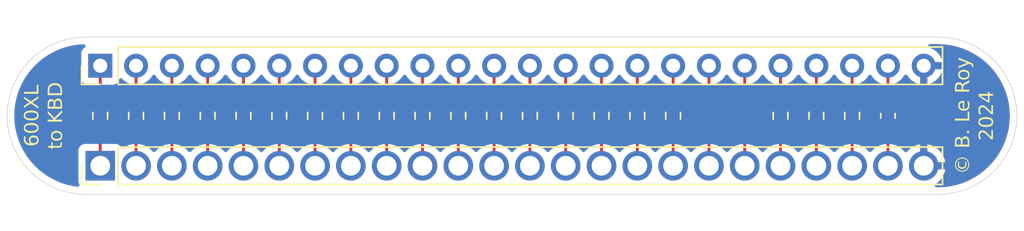
<source format=kicad_pcb>
(kicad_pcb (version 20240108) (generator "pcbnew") (generator_version "8.0")
  (layers (0 "F.Cu" signal) (31 "B.Cu" signal) (34 "B.Paste" user) (35 "F.Paste" user) (36 "B.SilkS" user "B.Silkscreen") (37 "F.SilkS" user "F.Silkscreen") (38 "B.Mask" user) (39 "F.Mask" user) (44 "Edge.Cuts" user))
  (net 0 "")
  (net 1 "Net-(J1-Pin_6)")
  (net 2 "Net-(J1-Pin_12)")
  (net 3 "Net-(J1-Pin_18)")
  (net 4 "Net-(J1-Pin_11)")
  (net 5 "Net-(J1-Pin_8)")
  (net 6 "Net-(J1-Pin_24)")
  (net 7 "Net-(J1-Pin_13)")
  (net 8 "Net-(J1-Pin_14)")
  (net 9 "Net-(J1-Pin_4)")
  (net 10 "Net-(J1-Pin_3)")
  (net 11 "Net-(J1-Pin_15)")
  (net 12 "Net-(J1-Pin_23)")
  (net 13 "Net-(J1-Pin_22)")
  (net 14 "Net-(J1-Pin_5)")
  (net 15 "Net-(J1-Pin_21)")
  (net 16 "Net-(J1-Pin_7)")
  (net 17 "Net-(J1-Pin_16)")
  (net 18 "Net-(J1-Pin_10)")
  (net 19 "Net-(J1-Pin_19)")
  (net 20 "Net-(J1-Pin_17)")
  (net 21 "Net-(J1-Pin_2)")
  (net 22 "Net-(J1-Pin_20)")
  (net 23 "Net-(J1-Pin_1)")
  (net 24 "Net-(J1-Pin_9)")
  (net 25 "Net-(J2-Pin_10)")
  (net 26 "Net-(J2-Pin_15)")
  (net 27 "Net-(J2-Pin_1)")
  (net 28 "Net-(J2-Pin_12)")
  (net 29 "Net-(J2-Pin_8)")
  (net 30 "Net-(J2-Pin_21)")
  (net 31 "Net-(J2-Pin_3)")
  (net 32 "Net-(J2-Pin_4)")
  (net 33 "Net-(J2-Pin_16)")
  (net 34 "Net-(J2-Pin_9)")
  (net 35 "Net-(J2-Pin_20)")
  (net 36 "Net-(J2-Pin_11)")
  (net 37 "Net-(J2-Pin_7)")
  (net 38 "Net-(J2-Pin_14)")
  (net 39 "Net-(J2-Pin_2)")
  (net 40 "Net-(J2-Pin_22)")
  (net 41 "Net-(J2-Pin_23)")
  (net 42 "Net-(J2-Pin_17)")
  (net 43 "Net-(J2-Pin_13)")
  (net 44 "Net-(J2-Pin_6)")
  (net 45 "Net-(J2-Pin_5)")
  (footprint "Resistor_SMD:R_0603_1608Metric" (layer "F.Cu") (at 137.16 111.76 -90)
    (property "Reference" "R9" (hide yes))
    (property "Value" "470")
    (fp_line (start -0.237258 0.5225) (end 0.237258 0.5225) (stroke (width 0.12)) (layer "F.SilkS"))
    (fp_line (start -0.237258 -0.5225) (end 0.237258 -0.5225) (stroke (width 0.12)) (layer "F.SilkS"))
    (pad "1" smd roundrect (at -0.825 0 270) (size 0.8 0.95) (layers "F.Cu" "F.Paste" "F.Mask") (net 34 "Net-(J2-Pin_9)"))
    (pad "2" smd roundrect (at 0.825 0 270) (size 0.8 0.95) (layers "F.Cu" "F.Paste" "F.Mask") (net 24 "Net-(J1-Pin_9)"))
  )
  (footprint "Resistor_SMD:R_0603_1608Metric" (layer "F.Cu") (at 154.94 111.76 -90)
    (property "Reference" "R16" (hide yes))
    (property "Value" "470")
    (fp_line (start -0.237258 0.5225) (end 0.237258 0.5225) (stroke (width 0.12)) (layer "F.SilkS"))
    (fp_line (start -0.237258 -0.5225) (end 0.237258 -0.5225) (stroke (width 0.12)) (layer "F.SilkS"))
    (pad "1" smd roundrect (at -0.825 0 270) (size 0.8 0.95) (layers "F.Cu" "F.Paste" "F.Mask") (net 33 "Net-(J2-Pin_16)"))
    (pad "2" smd roundrect (at 0.825 0 270) (size 0.8 0.95) (layers "F.Cu" "F.Paste" "F.Mask") (net 17 "Net-(J1-Pin_16)"))
  )
  (footprint "Connector_PinHeader_2.54mm:PinHeader_1x24_P2.54mm_Vertical" (layer "F.Cu") (at 116.84 115.316 90)
    (property "Reference" "J1" (hide yes))
    (property "Value" "Conn_01x24")
    (fp_line (start -1.33 -1.33) (end 0 -1.33) (stroke (width 0.12)) (layer "F.SilkS"))
    (fp_line (start -1.33 0) (end -1.33 -1.33) (stroke (width 0.12)) (layer "F.SilkS"))
    (fp_line (start 1.33 1.27) (end 1.33 59.75) (stroke (width 0.12)) (layer "F.SilkS"))
    (fp_line (start -1.33 1.27) (end 1.33 1.27) (stroke (width 0.12)) (layer "F.SilkS"))
    (fp_line (start -1.33 1.27) (end -1.33 59.75) (stroke (width 0.12)) (layer "F.SilkS"))
    (fp_line (start -1.33 59.75) (end 1.33 59.75) (stroke (width 0.12)) (layer "F.SilkS"))
    (pad "1" thru_hole rect (at 0 0 90) (size 2.1 2.1) (drill 1.4) (layers "*.Cu" "*.Mask") (net 23 "Net-(J1-Pin_1)"))
    (pad "2" thru_hole oval (at 0 2.54 90) (size 2.1 2.1) (drill 1.4) (layers "*.Cu" "*.Mask") (net 21 "Net-(J1-Pin_2)"))
    (pad "3" thru_hole oval (at 0 5.08 90) (size 2.1 2.1) (drill 1.4) (layers "*.Cu" "*.Mask") (net 10 "Net-(J1-Pin_3)"))
    (pad "4" thru_hole oval (at 0 7.62 90) (size 2.1 2.1) (drill 1.4) (layers "*.Cu" "*.Mask") (net 9 "Net-(J1-Pin_4)"))
    (pad "5" thru_hole oval (at 0 10.16 90) (size 2.1 2.1) (drill 1.4) (layers "*.Cu" "*.Mask") (net 14 "Net-(J1-Pin_5)"))
    (pad "6" thru_hole oval (at 0 12.7 90) (size 2.1 2.1) (drill 1.4) (layers "*.Cu" "*.Mask") (net 1 "Net-(J1-Pin_6)"))
    (pad "7" thru_hole oval (at 0 15.24 90) (size 2.1 2.1) (drill 1.4) (layers "*.Cu" "*.Mask") (net 16 "Net-(J1-Pin_7)"))
    (pad "8" thru_hole oval (at 0 17.78 90) (size 2.1 2.1) (drill 1.4) (layers "*.Cu" "*.Mask") (net 5 "Net-(J1-Pin_8)"))
    (pad "9" thru_hole oval (at 0 20.32 90) (size 2.1 2.1) (drill 1.4) (layers "*.Cu" "*.Mask") (net 24 "Net-(J1-Pin_9)"))
    (pad "10" thru_hole oval (at 0 22.86 90) (size 2.1 2.1) (drill 1.4) (layers "*.Cu" "*.Mask") (net 18 "Net-(J1-Pin_10)"))
    (pad "11" thru_hole oval (at 0 25.4 90) (size 2.1 2.1) (drill 1.4) (layers "*.Cu" "*.Mask") (net 4 "Net-(J1-Pin_11)"))
    (pad "12" thru_hole oval (at 0 27.94 90) (size 2.1 2.1) (drill 1.4) (layers "*.Cu" "*.Mask") (net 2 "Net-(J1-Pin_12)"))
    (pad "13" thru_hole oval (at 0 30.48 90) (size 2.1 2.1) (drill 1.4) (layers "*.Cu" "*.Mask") (net 7 "Net-(J1-Pin_13)"))
    (pad "14" thru_hole oval (at 0 33.02 90) (size 2.1 2.1) (drill 1.4) (layers "*.Cu" "*.Mask") (net 8 "Net-(J1-Pin_14)"))
    (pad "15" thru_hole oval (at 0 35.56 90) (size 2.1 2.1) (drill 1.4) (layers "*.Cu" "*.Mask") (net 11 "Net-(J1-Pin_15)"))
    (pad "16" thru_hole oval (at 0 38.1 90) (size 2.1 2.1) (drill 1.4) (layers "*.Cu" "*.Mask") (net 17 "Net-(J1-Pin_16)"))
    (pad "17" thru_hole oval (at 0 40.64 90) (size 2.1 2.1) (drill 1.4) (layers "*.Cu" "*.Mask") (net 20 "Net-(J1-Pin_17)"))
    (pad "18" thru_hole oval (at 0 43.18 90) (size 2.1 2.1) (drill 1.4) (layers "*.Cu" "*.Mask") (net 3 "Net-(J1-Pin_18)"))
    (pad "19" thru_hole oval (at 0 45.72 90) (size 2.1 2.1) (drill 1.4) (layers "*.Cu" "*.Mask") (net 19 "Net-(J1-Pin_19)"))
    (pad "20" thru_hole oval (at 0 48.26 90) (size 2.1 2.1) (drill 1.4) (layers "*.Cu" "*.Mask") (net 22 "Net-(J1-Pin_20)"))
    (pad "21" thru_hole oval (at 0 50.8 90) (size 2.1 2.1) (drill 1.4) (layers "*.Cu" "*.Mask") (net 15 "Net-(J1-Pin_21)"))
    (pad "22" thru_hole oval (at 0 53.34 90) (size 2.1 2.1) (drill 1.4) (layers "*.Cu" "*.Mask") (net 13 "Net-(J1-Pin_22)"))
    (pad "23" thru_hole oval (at 0 55.88 90) (size 2.1 2.1) (drill 1.4) (layers "*.Cu" "*.Mask") (net 12 "Net-(J1-Pin_23)"))
    (pad "24" thru_hole oval (at 0 58.42 90) (size 2.1 2.1) (drill 1.4) (layers "*.Cu" "*.Mask") (net 6 "Net-(J1-Pin_24)"))
  )
  (footprint "Resistor_SMD:R_0603_1608Metric" (layer "F.Cu") (at 147.32 111.76 -90)
    (property "Reference" "R13" (hide yes))
    (property "Value" "470")
    (fp_line (start -0.237258 0.5225) (end 0.237258 0.5225) (stroke (width 0.12)) (layer "F.SilkS"))
    (fp_line (start -0.237258 -0.5225) (end 0.237258 -0.5225) (stroke (width 0.12)) (layer "F.SilkS"))
    (pad "1" smd roundrect (at -0.825 0 270) (size 0.8 0.95) (layers "F.Cu" "F.Paste" "F.Mask") (net 43 "Net-(J2-Pin_13)"))
    (pad "2" smd roundrect (at 0.825 0 270) (size 0.8 0.95) (layers "F.Cu" "F.Paste" "F.Mask") (net 7 "Net-(J1-Pin_13)"))
  )
  (footprint "Resistor_SMD:R_0603_1608Metric" (layer "F.Cu") (at 134.62 111.76 -90)
    (property "Reference" "R8" (hide yes))
    (property "Value" "470")
    (fp_line (start -0.237258 0.5225) (end 0.237258 0.5225) (stroke (width 0.12)) (layer "F.SilkS"))
    (fp_line (start -0.237258 -0.5225) (end 0.237258 -0.5225) (stroke (width 0.12)) (layer "F.SilkS"))
    (pad "1" smd roundrect (at -0.825 0 270) (size 0.8 0.95) (layers "F.Cu" "F.Paste" "F.Mask") (net 29 "Net-(J2-Pin_8)"))
    (pad "2" smd roundrect (at 0.825 0 270) (size 0.8 0.95) (layers "F.Cu" "F.Paste" "F.Mask") (net 5 "Net-(J1-Pin_8)"))
  )
  (footprint "Resistor_SMD:R_0603_1608Metric" (layer "F.Cu") (at 144.78 111.76 -90)
    (property "Reference" "R12" (hide yes))
    (property "Value" "470")
    (fp_line (start -0.237258 0.5225) (end 0.237258 0.5225) (stroke (width 0.12)) (layer "F.SilkS"))
    (fp_line (start -0.237258 -0.5225) (end 0.237258 -0.5225) (stroke (width 0.12)) (layer "F.SilkS"))
    (pad "1" smd roundrect (at -0.825 0 270) (size 0.8 0.95) (layers "F.Cu" "F.Paste" "F.Mask") (net 28 "Net-(J2-Pin_12)"))
    (pad "2" smd roundrect (at 0.825 0 270) (size 0.8 0.95) (layers "F.Cu" "F.Paste" "F.Mask") (net 2 "Net-(J1-Pin_12)"))
  )
  (footprint "Resistor_SMD:R_0603_1608Metric" (layer "F.Cu") (at 152.4 111.76 -90)
    (property "Reference" "R15" (hide yes))
    (property "Value" "470")
    (fp_line (start -0.237258 0.5225) (end 0.237258 0.5225) (stroke (width 0.12)) (layer "F.SilkS"))
    (fp_line (start -0.237258 -0.5225) (end 0.237258 -0.5225) (stroke (width 0.12)) (layer "F.SilkS"))
    (pad "1" smd roundrect (at -0.825 0 270) (size 0.8 0.95) (layers "F.Cu" "F.Paste" "F.Mask") (net 26 "Net-(J2-Pin_15)"))
    (pad "2" smd roundrect (at 0.825 0 270) (size 0.8 0.95) (layers "F.Cu" "F.Paste" "F.Mask") (net 11 "Net-(J1-Pin_15)"))
  )
  (footprint "Resistor_SMD:R_0603_1608Metric" (layer "F.Cu") (at 116.84 111.76 -90)
    (property "Reference" "R1" (hide yes))
    (property "Value" "470")
    (fp_line (start -0.237258 0.5225) (end 0.237258 0.5225) (stroke (width 0.12)) (layer "F.SilkS"))
    (fp_line (start -0.237258 -0.5225) (end 0.237258 -0.5225) (stroke (width 0.12)) (layer "F.SilkS"))
    (pad "1" smd roundrect (at -0.825 0 270) (size 0.8 0.95) (layers "F.Cu" "F.Paste" "F.Mask") (net 27 "Net-(J2-Pin_1)"))
    (pad "2" smd roundrect (at 0.825 0 270) (size 0.8 0.95) (layers "F.Cu" "F.Paste" "F.Mask") (net 23 "Net-(J1-Pin_1)"))
  )
  (footprint "Inductor_SMD:L_0603_1608Metric" (layer "F.Cu") (at 172.72 111.76 -90)
    (property "Reference" "L1" (hide yes))
    (property "Value" "22uH")
    (fp_line (start -0.162779 0.51) (end 0.162779 0.51) (stroke (width 0.12)) (layer "F.SilkS"))
    (fp_line (start -0.162779 -0.51) (end 0.162779 -0.51) (stroke (width 0.12)) (layer "F.SilkS"))
    (pad "1" smd roundrect (at -0.7875 0 270) (size 0.875 0.95) (layers "F.Cu" "F.Paste" "F.Mask") (net 41 "Net-(J2-Pin_23)"))
    (pad "2" smd roundrect (at 0.7875 0 270) (size 0.875 0.95) (layers "F.Cu" "F.Paste" "F.Mask") (net 12 "Net-(J1-Pin_23)"))
  )
  (footprint "Resistor_SMD:R_0603_1608Metric" (layer "F.Cu") (at 142.24 111.76 -90)
    (property "Reference" "R11" (hide yes))
    (property "Value" "470")
    (fp_line (start -0.237258 0.5225) (end 0.237258 0.5225) (stroke (width 0.12)) (layer "F.SilkS"))
    (fp_line (start -0.237258 -0.5225) (end 0.237258 -0.5225) (stroke (width 0.12)) (layer "F.SilkS"))
    (pad "1" smd roundrect (at -0.825 0 270) (size 0.8 0.95) (layers "F.Cu" "F.Paste" "F.Mask") (net 36 "Net-(J2-Pin_11)"))
    (pad "2" smd roundrect (at 0.825 0 270) (size 0.8 0.95) (layers "F.Cu" "F.Paste" "F.Mask") (net 4 "Net-(J1-Pin_11)"))
  )
  (footprint "Resistor_SMD:R_0603_1608Metric" (layer "F.Cu") (at 124.46 111.76 -90)
    (property "Reference" "R4" (hide yes))
    (property "Value" "470")
    (fp_line (start -0.237258 0.5225) (end 0.237258 0.5225) (stroke (width 0.12)) (layer "F.SilkS"))
    (fp_line (start -0.237258 -0.5225) (end 0.237258 -0.5225) (stroke (width 0.12)) (layer "F.SilkS"))
    (pad "1" smd roundrect (at -0.825 0 270) (size 0.8 0.95) (layers "F.Cu" "F.Paste" "F.Mask") (net 32 "Net-(J2-Pin_4)"))
    (pad "2" smd roundrect (at 0.825 0 270) (size 0.8 0.95) (layers "F.Cu" "F.Paste" "F.Mask") (net 9 "Net-(J1-Pin_4)"))
  )
  (footprint "Resistor_SMD:R_0603_1608Metric" (layer "F.Cu") (at 149.86 111.76 -90)
    (property "Reference" "R14" (hide yes))
    (property "Value" "470")
    (fp_line (start -0.237258 0.5225) (end 0.237258 0.5225) (stroke (width 0.12)) (layer "F.SilkS"))
    (fp_line (start -0.237258 -0.5225) (end 0.237258 -0.5225) (stroke (width 0.12)) (layer "F.SilkS"))
    (pad "1" smd roundrect (at -0.825 0 270) (size 0.8 0.95) (layers "F.Cu" "F.Paste" "F.Mask") (net 38 "Net-(J2-Pin_14)"))
    (pad "2" smd roundrect (at 0.825 0 270) (size 0.8 0.95) (layers "F.Cu" "F.Paste" "F.Mask") (net 8 "Net-(J1-Pin_14)"))
  )
  (footprint "Resistor_SMD:R_0603_1608Metric" (layer "F.Cu") (at 127 111.76 -90)
    (property "Reference" "R5" (hide yes))
    (property "Value" "470")
    (fp_line (start -0.237258 0.5225) (end 0.237258 0.5225) (stroke (width 0.12)) (layer "F.SilkS"))
    (fp_line (start -0.237258 -0.5225) (end 0.237258 -0.5225) (stroke (width 0.12)) (layer "F.SilkS"))
    (pad "1" smd roundrect (at -0.825 0 270) (size 0.8 0.95) (layers "F.Cu" "F.Paste" "F.Mask") (net 45 "Net-(J2-Pin_5)"))
    (pad "2" smd roundrect (at 0.825 0 270) (size 0.8 0.95) (layers "F.Cu" "F.Paste" "F.Mask") (net 14 "Net-(J1-Pin_5)"))
  )
  (footprint "Resistor_SMD:R_0603_1608Metric" (layer "F.Cu") (at 167.64 111.76 -90)
    (property "Reference" "R21" (hide yes))
    (property "Value" "470")
    (fp_line (start -0.237258 0.5225) (end 0.237258 0.5225) (stroke (width 0.12)) (layer "F.SilkS"))
    (fp_line (start -0.237258 -0.5225) (end 0.237258 -0.5225) (stroke (width 0.12)) (layer "F.SilkS"))
    (pad "1" smd roundrect (at -0.825 0 270) (size 0.8 0.95) (layers "F.Cu" "F.Paste" "F.Mask") (net 30 "Net-(J2-Pin_21)"))
    (pad "2" smd roundrect (at 0.825 0 270) (size 0.8 0.95) (layers "F.Cu" "F.Paste" "F.Mask") (net 15 "Net-(J1-Pin_21)"))
  )
  (footprint "Connector_PinHeader_2.54mm:PinHeader_1x24_P2.54mm_Vertical" (layer "F.Cu") (at 116.84 108.204 90)
    (property "Reference" "J2" (hide yes))
    (property "Value" "Conn_01x24")
    (fp_line (start -1.33 -1.33) (end 0 -1.33) (stroke (width 0.12)) (layer "F.SilkS"))
    (fp_line (start -1.33 0) (end -1.33 -1.33) (stroke (width 0.12)) (layer "F.SilkS"))
    (fp_line (start 1.33 1.27) (end 1.33 59.75) (stroke (width 0.12)) (layer "F.SilkS"))
    (fp_line (start -1.33 1.27) (end 1.33 1.27) (stroke (width 0.12)) (layer "F.SilkS"))
    (fp_line (start -1.33 1.27) (end -1.33 59.75) (stroke (width 0.12)) (layer "F.SilkS"))
    (fp_line (start -1.33 59.75) (end 1.33 59.75) (stroke (width 0.12)) (layer "F.SilkS"))
    (pad "1" thru_hole rect (at 0 0 90) (size 1.7 1.7) (drill 1) (layers "*.Cu" "*.Mask") (net 27 "Net-(J2-Pin_1)"))
    (pad "2" thru_hole oval (at 0 2.54 90) (size 1.7 1.7) (drill 1) (layers "*.Cu" "*.Mask") (net 39 "Net-(J2-Pin_2)"))
    (pad "3" thru_hole oval (at 0 5.08 90) (size 1.7 1.7) (drill 1) (layers "*.Cu" "*.Mask") (net 31 "Net-(J2-Pin_3)"))
    (pad "4" thru_hole oval (at 0 7.62 90) (size 1.7 1.7) (drill 1) (layers "*.Cu" "*.Mask") (net 32 "Net-(J2-Pin_4)"))
    (pad "5" thru_hole oval (at 0 10.16 90) (size 1.7 1.7) (drill 1) (layers "*.Cu" "*.Mask") (net 45 "Net-(J2-Pin_5)"))
    (pad "6" thru_hole oval (at 0 12.7 90) (size 1.7 1.7) (drill 1) (layers "*.Cu" "*.Mask") (net 44 "Net-(J2-Pin_6)"))
    (pad "7" thru_hole oval (at 0 15.24 90) (size 1.7 1.7) (drill 1) (layers "*.Cu" "*.Mask") (net 37 "Net-(J2-Pin_7)"))
    (pad "8" thru_hole oval (at 0 17.78 90) (size 1.7 1.7) (drill 1) (layers "*.Cu" "*.Mask") (net 29 "Net-(J2-Pin_8)"))
    (pad "9" thru_hole oval (at 0 20.32 90) (size 1.7 1.7) (drill 1) (layers "*.Cu" "*.Mask") (net 34 "Net-(J2-Pin_9)"))
    (pad "10" thru_hole oval (at 0 22.86 90) (size 1.7 1.7) (drill 1) (layers "*.Cu" "*.Mask") (net 25 "Net-(J2-Pin_10)"))
    (pad "11" thru_hole oval (at 0 25.4 90) (size 1.7 1.7) (drill 1) (layers "*.Cu" "*.Mask") (net 36 "Net-(J2-Pin_11)"))
    (pad "12" thru_hole oval (at 0 27.94 90) (size 1.7 1.7) (drill 1) (layers "*.Cu" "*.Mask") (net 28 "Net-(J2-Pin_12)"))
    (pad "13" thru_hole oval (at 0 30.48 90) (size 1.7 1.7) (drill 1) (layers "*.Cu" "*.Mask") (net 43 "Net-(J2-Pin_13)"))
    (pad "14" thru_hole oval (at 0 33.02 90) (size 1.7 1.7) (drill 1) (layers "*.Cu" "*.Mask") (net 38 "Net-(J2-Pin_14)"))
    (pad "15" thru_hole oval (at 0 35.56 90) (size 1.7 1.7) (drill 1) (layers "*.Cu" "*.Mask") (net 26 "Net-(J2-Pin_15)"))
    (pad "16" thru_hole oval (at 0 38.1 90) (size 1.7 1.7) (drill 1) (layers "*.Cu" "*.Mask") (net 33 "Net-(J2-Pin_16)"))
    (pad "17" thru_hole oval (at 0 40.64 90) (size 1.7 1.7) (drill 1) (layers "*.Cu" "*.Mask") (net 42 "Net-(J2-Pin_17)"))
    (pad "18" thru_hole oval (at 0 43.18 90) (size 1.7 1.7) (drill 1) (layers "*.Cu" "*.Mask") (net 3 "Net-(J1-Pin_18)"))
    (pad "19" thru_hole oval (at 0 45.72 90) (size 1.7 1.7) (drill 1) (layers "*.Cu" "*.Mask") (net 19 "Net-(J1-Pin_19)"))
    (pad "20" thru_hole oval (at 0 48.26 90) (size 1.7 1.7) (drill 1) (layers "*.Cu" "*.Mask") (net 35 "Net-(J2-Pin_20)"))
    (pad "21" thru_hole oval (at 0 50.8 90) (size 1.7 1.7) (drill 1) (layers "*.Cu" "*.Mask") (net 30 "Net-(J2-Pin_21)"))
    (pad "22" thru_hole oval (at 0 53.34 90) (size 1.7 1.7) (drill 1) (layers "*.Cu" "*.Mask") (net 40 "Net-(J2-Pin_22)"))
    (pad "23" thru_hole oval (at 0 55.88 90) (size 1.7 1.7) (drill 1) (layers "*.Cu" "*.Mask") (net 41 "Net-(J2-Pin_23)"))
    (pad "24" thru_hole oval (at 0 58.42 90) (size 1.7 1.7) (drill 1) (layers "*.Cu" "*.Mask") (net 6 "Net-(J1-Pin_24)"))
  )
  (footprint "Resistor_SMD:R_0603_1608Metric" (layer "F.Cu") (at 170.18 111.76 -90)
    (property "Reference" "R22" (hide yes))
    (property "Value" "470")
    (fp_line (start -0.237258 0.5225) (end 0.237258 0.5225) (stroke (width 0.12)) (layer "F.SilkS"))
    (fp_line (start -0.237258 -0.5225) (end 0.237258 -0.5225) (stroke (width 0.12)) (layer "F.SilkS"))
    (pad "1" smd roundrect (at -0.825 0 270) (size 0.8 0.95) (layers "F.Cu" "F.Paste" "F.Mask") (net 40 "Net-(J2-Pin_22)"))
    (pad "2" smd roundrect (at 0.825 0 270) (size 0.8 0.95) (layers "F.Cu" "F.Paste" "F.Mask") (net 13 "Net-(J1-Pin_22)"))
  )
  (footprint "Resistor_SMD:R_0603_1608Metric" (layer "F.Cu") (at 157.48 111.76 -90)
    (property "Reference" "R17" (hide yes))
    (property "Value" "470")
    (fp_line (start -0.237258 0.5225) (end 0.237258 0.5225) (stroke (width 0.12)) (layer "F.SilkS"))
    (fp_line (start -0.237258 -0.5225) (end 0.237258 -0.5225) (stroke (width 0.12)) (layer "F.SilkS"))
    (pad "1" smd roundrect (at -0.825 0 270) (size 0.8 0.95) (layers "F.Cu" "F.Paste" "F.Mask") (net 42 "Net-(J2-Pin_17)"))
    (pad "2" smd roundrect (at 0.825 0 270) (size 0.8 0.95) (layers "F.Cu" "F.Paste" "F.Mask") (net 20 "Net-(J1-Pin_17)"))
  )
  (footprint "Resistor_SMD:R_0603_1608Metric" (layer "F.Cu") (at 132.08 111.76 -90)
    (property "Reference" "R7" (hide yes))
    (property "Value" "470")
    (fp_line (start -0.237258 0.5225) (end 0.237258 0.5225) (stroke (width 0.12)) (layer "F.SilkS"))
    (fp_line (start -0.237258 -0.5225) (end 0.237258 -0.5225) (stroke (width 0.12)) (layer "F.SilkS"))
    (pad "1" smd roundrect (at -0.825 0 270) (size 0.8 0.95) (layers "F.Cu" "F.Paste" "F.Mask") (net 37 "Net-(J2-Pin_7)"))
    (pad "2" smd roundrect (at 0.825 0 270) (size 0.8 0.95) (layers "F.Cu" "F.Paste" "F.Mask") (net 16 "Net-(J1-Pin_7)"))
  )
  (footprint "Resistor_SMD:R_0603_1608Metric" (layer "F.Cu") (at 129.54 111.76 -90)
    (property "Reference" "R6" (hide yes))
    (property "Value" "470")
    (fp_line (start -0.237258 0.5225) (end 0.237258 0.5225) (stroke (width 0.12)) (layer "F.SilkS"))
    (fp_line (start -0.237258 -0.5225) (end 0.237258 -0.5225) (stroke (width 0.12)) (layer "F.SilkS"))
    (pad "1" smd roundrect (at -0.825 0 270) (size 0.8 0.95) (layers "F.Cu" "F.Paste" "F.Mask") (net 44 "Net-(J2-Pin_6)"))
    (pad "2" smd roundrect (at 0.825 0 270) (size 0.8 0.95) (layers "F.Cu" "F.Paste" "F.Mask") (net 1 "Net-(J1-Pin_6)"))
  )
  (footprint "Resistor_SMD:R_0603_1608Metric" (layer "F.Cu") (at 121.92 111.76 -90)
    (property "Reference" "R3" (hide yes))
    (property "Value" "470")
    (fp_line (start -0.237258 0.5225) (end 0.237258 0.5225) (stroke (width 0.12)) (layer "F.SilkS"))
    (fp_line (start -0.237258 -0.5225) (end 0.237258 -0.5225) (stroke (width 0.12)) (layer "F.SilkS"))
    (pad "1" smd roundrect (at -0.825 0 270) (size 0.8 0.95) (layers "F.Cu" "F.Paste" "F.Mask") (net 31 "Net-(J2-Pin_3)"))
    (pad "2" smd roundrect (at 0.825 0 270) (size 0.8 0.95) (layers "F.Cu" "F.Paste" "F.Mask") (net 10 "Net-(J1-Pin_3)"))
  )
  (footprint "Resistor_SMD:R_0603_1608Metric" (layer "F.Cu") (at 165.1 111.76 -90)
    (property "Reference" "R20" (hide yes))
    (property "Value" "470")
    (fp_line (start -0.237258 0.5225) (end 0.237258 0.5225) (stroke (width 0.12)) (layer "F.SilkS"))
    (fp_line (start -0.237258 -0.5225) (end 0.237258 -0.5225) (stroke (width 0.12)) (layer "F.SilkS"))
    (pad "1" smd roundrect (at -0.825 0 270) (size 0.8 0.95) (layers "F.Cu" "F.Paste" "F.Mask") (net 35 "Net-(J2-Pin_20)"))
    (pad "2" smd roundrect (at 0.825 0 270) (size 0.8 0.95) (layers "F.Cu" "F.Paste" "F.Mask") (net 22 "Net-(J1-Pin_20)"))
  )
  (footprint "Resistor_SMD:R_0603_1608Metric" (layer "F.Cu") (at 139.7 111.76 -90)
    (property "Reference" "R10" (hide yes))
    (property "Value" "470")
    (fp_line (start -0.237258 0.5225) (end 0.237258 0.5225) (stroke (width 0.12)) (layer "F.SilkS"))
    (fp_line (start -0.237258 -0.5225) (end 0.237258 -0.5225) (stroke (width 0.12)) (layer "F.SilkS"))
    (pad "1" smd roundrect (at -0.825 0 270) (size 0.8 0.95) (layers "F.Cu" "F.Paste" "F.Mask") (net 25 "Net-(J2-Pin_10)"))
    (pad "2" smd roundrect (at 0.825 0 270) (size 0.8 0.95) (layers "F.Cu" "F.Paste" "F.Mask") (net 18 "Net-(J1-Pin_10)"))
  )
  (footprint "Resistor_SMD:R_0603_1608Metric" (layer "F.Cu") (at 119.38 111.76 -90)
    (property "Reference" "R2" (hide yes))
    (property "Value" "470")
    (fp_line (start -0.237258 0.5225) (end 0.237258 0.5225) (stroke (width 0.12)) (layer "F.SilkS"))
    (fp_line (start -0.237258 -0.5225) (end 0.237258 -0.5225) (stroke (width 0.12)) (layer "F.SilkS"))
    (pad "1" smd roundrect (at -0.825 0 270) (size 0.8 0.95) (layers "F.Cu" "F.Paste" "F.Mask") (net 39 "Net-(J2-Pin_2)"))
    (pad "2" smd roundrect (at 0.825 0 270) (size 0.8 0.95) (layers "F.Cu" "F.Paste" "F.Mask") (net 21 "Net-(J1-Pin_2)"))
  )
  (gr_arc (start 115.824 117.348) (mid 110.236 111.76) (end 115.824 106.172) (stroke (width 0.05)) (layer "Edge.Cuts"))
  (gr_arc (start 176.276 106.172) (mid 181.864 111.76) (end 176.276 117.348) (stroke (width 0.05)) (layer "Edge.Cuts"))
  (gr_line (start 115.824 106.172) (end 176.276 106.172) (stroke (width 0.05)) (layer "Edge.Cuts"))
  (gr_line (start 115.824 117.348) (end 176.276 117.348) (stroke (width 0.05)) (layer "Edge.Cuts"))
  (gr_text "© B. Le Roy\n2024" (at 180.34 111.76 90) (layer "F.SilkS") (effects (font (size 1 1) (thickness 0.1)) (justify bottom)))
  (gr_text "600XL\nto KBD" (at 114.3 111.76 90) (layer "F.SilkS") (effects (font (size 1 1) (thickness 0.1)) (justify bottom)))
  (segment (start 129.54 112.585) (end 129.54 115.316) (width 0.2) (layer "F.Cu") (net 1))
  (segment (start 144.78 112.585) (end 144.78 115.316) (width 0.2) (layer "F.Cu") (net 2))
  (segment (start 160.02 108.204) (end 160.02 115.316) (width 0.2) (layer "F.Cu") (net 3))
  (segment (start 142.24 112.585) (end 142.24 115.316) (width 0.2) (layer "F.Cu") (net 4))
  (segment (start 134.62 112.585) (end 134.62 115.316) (width 0.2) (layer "F.Cu") (net 5))
  (segment (start 147.32 112.585) (end 147.32 115.316) (width 0.2) (layer "F.Cu") (net 7))
  (segment (start 149.86 112.585) (end 149.86 115.316) (width 0.2) (layer "F.Cu") (net 8))
  (segment (start 124.46 112.585) (end 124.46 115.316) (width 0.2) (layer "F.Cu") (net 9))
  (segment (start 121.92 112.585) (end 121.92 115.316) (width 0.2) (layer "F.Cu") (net 10))
  (segment (start 152.4 112.585) (end 152.4 115.316) (width 0.2) (layer "F.Cu") (net 11))
  (segment (start 172.72 112.5475) (end 172.72 115.316) (width 0.2) (layer "F.Cu") (net 12))
  (segment (start 170.18 112.585) (end 170.18 115.316) (width 0.2) (layer "F.Cu") (net 13))
  (segment (start 127 112.585) (end 127 115.316) (width 0.2) (layer "F.Cu") (net 14))
  (segment (start 167.64 112.585) (end 167.64 115.316) (width 0.2) (layer "F.Cu") (net 15))
  (segment (start 132.08 112.585) (end 132.08 115.316) (width 0.2) (layer "F.Cu") (net 16))
  (segment (start 154.94 112.585) (end 154.94 115.316) (width 0.2) (layer "F.Cu") (net 17))
  (segment (start 139.7 112.585) (end 139.7 115.316) (width 0.2) (layer "F.Cu") (net 18))
  (segment (start 162.56 108.204) (end 162.56 115.316) (width 0.2) (layer "F.Cu") (net 19))
  (segment (start 157.48 112.585) (end 157.48 115.316) (width 0.2) (layer "F.Cu") (net 20))
  (segment (start 119.38 112.585) (end 119.38 115.316) (width 0.2) (layer "F.Cu") (net 21))
  (segment (start 165.1 112.585) (end 165.1 115.316) (width 0.2) (layer "F.Cu") (net 22))
  (segment (start 116.84 112.585) (end 116.84 115.316) (width 0.2) (layer "F.Cu") (net 23))
  (segment (start 137.16 112.585) (end 137.16 115.316) (width 0.2) (layer "F.Cu") (net 24))
  (segment (start 139.7 108.204) (end 139.7 110.935) (width 0.2) (layer "F.Cu") (net 25))
  (segment (start 152.4 108.204) (end 152.4 110.935) (width 0.2) (layer "F.Cu") (net 26))
  (segment (start 116.84 108.204) (end 116.84 110.935) (width 0.2) (layer "F.Cu") (net 27))
  (segment (start 144.78 108.204) (end 144.78 110.935) (width 0.2) (layer "F.Cu") (net 28))
  (segment (start 134.62 108.204) (end 134.62 110.935) (width 0.2) (layer "F.Cu") (net 29))
  (segment (start 167.64 108.204) (end 167.64 110.935) (width 0.2) (layer "F.Cu") (net 30))
  (segment (start 121.92 108.204) (end 121.92 110.935) (width 0.2) (layer "F.Cu") (net 31))
  (segment (start 124.46 108.204) (end 124.46 110.935) (width 0.2) (layer "F.Cu") (net 32))
  (segment (start 154.94 108.204) (end 154.94 110.935) (width 0.2) (layer "F.Cu") (net 33))
  (segment (start 137.16 108.204) (end 137.16 110.935) (width 0.2) (layer "F.Cu") (net 34))
  (segment (start 165.1 108.204) (end 165.1 110.935) (width 0.2) (layer "F.Cu") (net 35))
  (segment (start 142.24 108.204) (end 142.24 110.935) (width 0.2) (layer "F.Cu") (net 36))
  (segment (start 132.08 108.204) (end 132.08 110.935) (width 0.2) (layer "F.Cu") (net 37))
  (segment (start 149.86 108.204) (end 149.86 110.935) (width 0.2) (layer "F.Cu") (net 38))
  (segment (start 119.38 108.204) (end 119.38 110.935) (width 0.2) (layer "F.Cu") (net 39))
  (segment (start 170.18 108.204) (end 170.18 110.935) (width 0.2) (layer "F.Cu") (net 40))
  (segment (start 172.72 108.204) (end 172.72 110.9725) (width 0.2) (layer "F.Cu") (net 41))
  (segment (start 157.48 108.204) (end 157.48 110.935) (width 0.2) (layer "F.Cu") (net 42))
  (segment (start 147.32 108.204) (end 147.32 110.935) (width 0.2) (layer "F.Cu") (net 43))
  (segment (start 129.54 108.204) (end 129.54 110.935) (width 0.2) (layer "F.Cu") (net 44))
  (segment (start 127 108.204) (end 127 110.935) (width 0.2) (layer "F.Cu") (net 45))
  (zone (net 6) (net_name "Net-(J1-Pin_24)") (layers "F&B.Cu") (name "GND") (connect_pads (clearance 0.5)) (min_thickness 0.25) (fill yes (thermal_gap 0.5) (thermal_bridge_width 0.5))
    (polygon (pts (xy 109.728 105.664) (xy 182.372 105.664) (xy 182.372 117.856) (xy 109.728 117.856)))
  )
)
</source>
